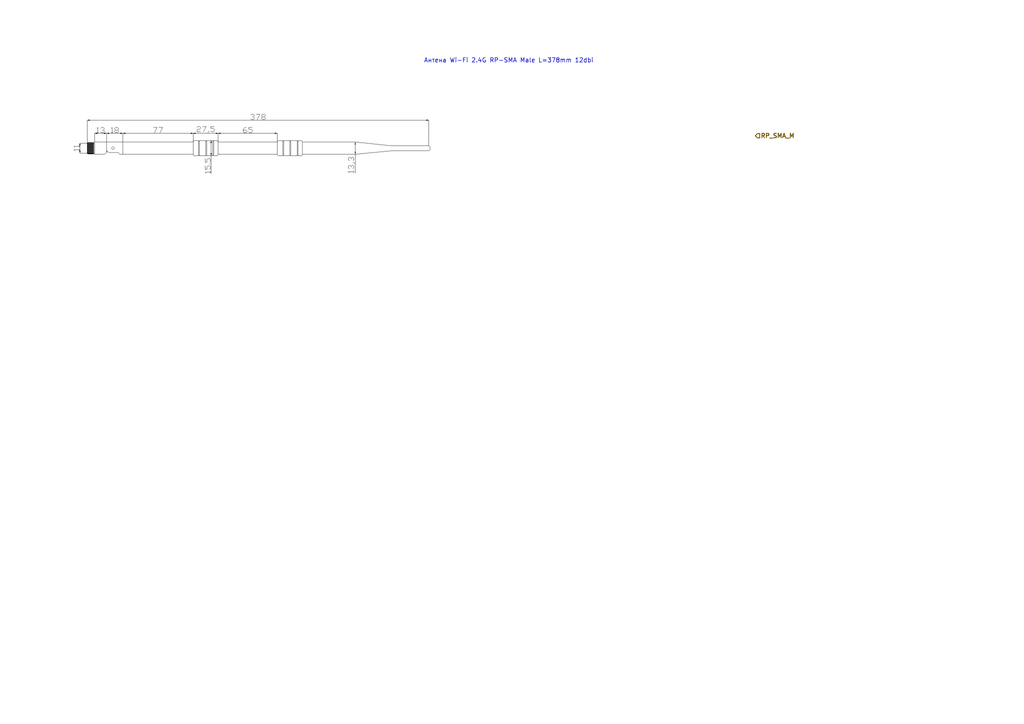
<source format=kicad_sch>
(kicad_sch (version 20211123) (generator eeschema)
  (paper "A4")
  (lib_symbols)
  (image (at 73.66 38.354))
  (text "Антена Wi-Fi 2.4G RP-SMA Male L=378mm 12dbi" (at 122.936 18.415 0) (effects (font (size 1.27 1.27)) (justify left bottom)))
  (hierarchical_label "RP_SMA_M" (shape input) (at 219.075 39.37 0) (effects (font bold)))
)
</source>
